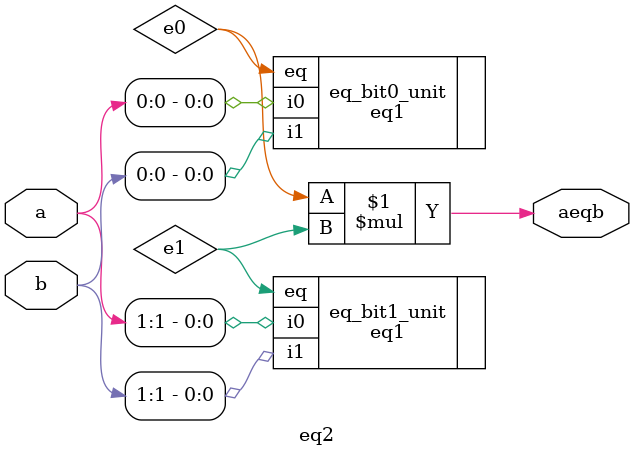
<source format=v>
module eq2
   (
    input  wire[1:0] a, b,			// a adn b are the two 2-bit numbers to compare
    output wire aeqb				// single bit output. Should be high if a adn b the same
   );

   // internal signal declaration, used to wire outpus of the 1 bit comparators
   wire e0, e1;

   // body
   // instantiate two 1-bit comparators that we already know are tested and work
   // named instantiation allows us to change order of ports.
   eq1 eq_bit0_unit (.i0(a[0]), .i1(b[0]), .eq(e0));
   eq1 eq_bit1_unit (.eq(e1), .i0(a[1]), .i1(b[1]));

   // a and b are equal if individual bits are equal, which comes from the 1-bit comparators
   assign aeqb = e0 * e1;

endmodule
</source>
